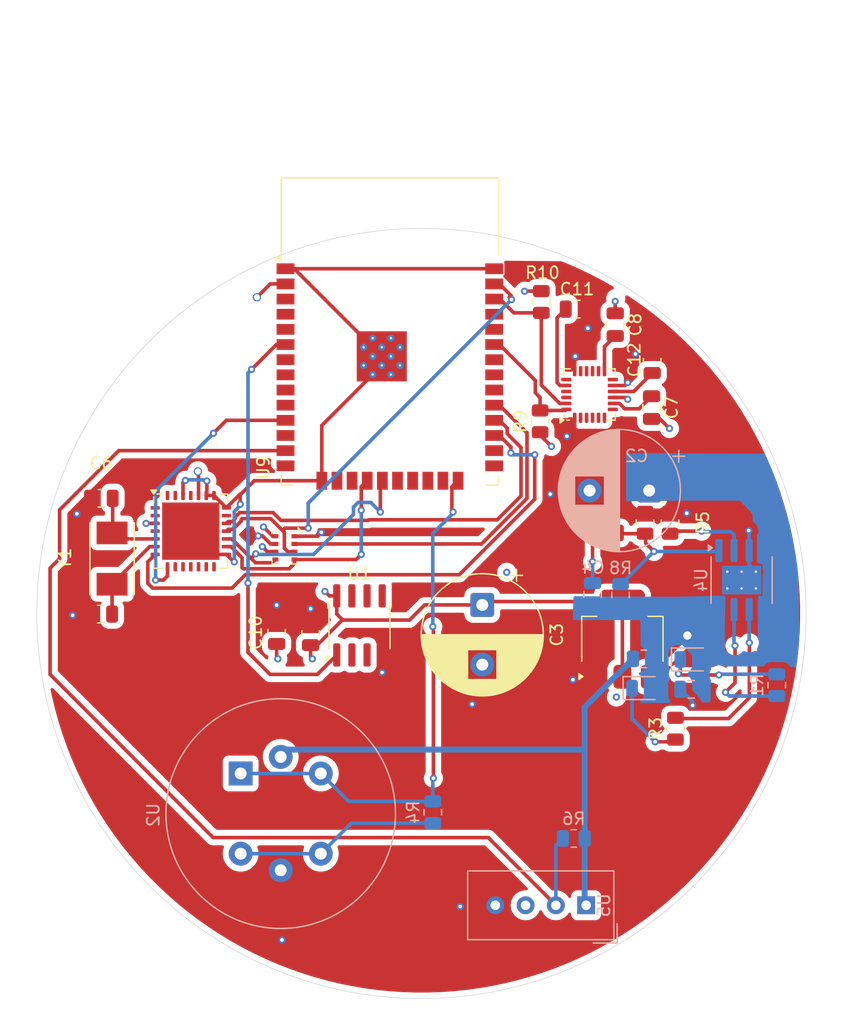
<source format=kicad_pcb>
(kicad_pcb (version 20241229) (generator "pcbnew") (generator_version "9.0")
  (layers (0 "F.Cu" signal) (4 "In1.Cu" signal) (6 "In2.Cu" signal) (2 "B.Cu" signal) (13 "F.Paste" user) (15 "B.Paste" user) (5 "F.SilkS" user "F.Silkscreen") (7 "B.SilkS" user "B.Silkscreen") (1 "F.Mask" user) (3 "B.Mask" user) (25 "Edge.Cuts" user))
  (net 0 "")
  (net 1 "GND")
  (net 2 "BAT+")
  (net 3 "+3.3V")
  (net 4 "Net-(BT1--)")
  (net 5 "Net-(U8-XTA)")
  (net 6 "Net-(U7-VLOGIC)")
  (net 7 "Net-(U7-VDD)")
  (net 8 "Net-(U8-XTB)")
  (net 9 "Net-(U7-CPOUT)")
  (net 10 "Net-(U7-REGOUT)")
  (net 11 "Net-(D1-K)")
  (net 12 "Net-(D2-K)")
  (net 13 "Net-(U4-~{CHRG})")
  (net 14 "+5V")
  (net 15 "Net-(U4-~{STDBY})")
  (net 16 "MQ6_OUT")
  (net 17 "Net-(U2-A1)")
  (net 18 "Net-(U4-PROG)")
  (net 19 "DHT_OUT")
  (net 20 "Net-(U4-TEMP)")
  (net 21 "SDA")
  (net 22 "SCL")
  (net 24 "LM35")
  (net 30 "CSB")
  (net 31 "SDI")
  (net 32 "SCK")
  (net 33 "SDO")
  (net 48 "Net-(U8-GND-Pad15)")
  (net 55 "Net-(U8-NSS)")
  (net 57 "Net-(U8-~{RESET})")
  (net 63 "Net-(U8-DIO0)")
  (net 70 "unconnected-(U9-TXD0{slash}IO1-Pad35)")
  (net 72 "unconnected-(U9-IO27-Pad12)")
  (net 83 "unconnected-(U9-IO12-Pad14)")
  (footprint "RF_Module:ESP32-WROOM-32" (layer "F.Cu") (at 146.15 61.215)
    (property "Reference" "U9")
    (property "Value" "ESP32-WROOM-32")
  )
  (footprint "Capacitor_SMD:C_0805_2012Metric" (layer "F.Cu") (at 121.9 81.9 180)
    (property "Reference" "C9" (hide yes))
    (property "Value" "10u")
  )
  (footprint "Capacitor_SMD:C_0805_2012Metric" (layer "F.Cu") (at 136.65 83.45 90)
    (property "Reference" "C10")
    (property "Value" "100nF")
  )
  (footprint "Sensor_Motion:InvenSense_QFN-24_4x4mm_P0.5mm" (layer "F.Cu") (at 162.9 63.5 90)
    (property "Reference" "U7" (hide yes))
    (property "Value" "MPU-6050")
  )
  (footprint "Capacitor_SMD:C_0805_2012Metric" (layer "F.Cu") (at 168.15 60.75 90)
    (property "Reference" "C12")
    (property "Value" ".1uF")
  )
  (footprint "Capacitor_SMD:C_0805_2012Metric" (layer "F.Cu") (at 165.05 57.65 -90)
    (property "Reference" "C8")
    (property "Value" ".1uF")
  )
  (footprint "Resistor_SMD:R_0805_2012Metric" (layer "F.Cu") (at 170.1 91.5 90)
    (property "Reference" "R3")
    (property "Value" "1k")
  )
  (footprint "Capacitor_THT:CP_Radial_D10.0mm_P5.00mm" (layer "F.Cu") (at 153.9 81.132323 -90)
    (property "Reference" "C3")
    (property "Value" "22u")
  )
  (footprint "Resistor_SMD:R_0805_2012Metric" (layer "F.Cu") (at 169.65 74.25 90)
    (property "Reference" "R5")
    (property "Value" "2k")
  )
  (footprint "Resistor_SMD:R_0805_2012Metric" (layer "F.Cu") (at 167.55 74.25 90)
    (property "Reference" "R7" (hide yes))
    (property "Value" "2k")
  )
  (footprint "Package_DFN_QFN:QFN-28-1EP_6x6mm_P0.65mm_EP4.8x4.8mm" (layer "F.Cu") (at 129.45 74.95)
    (property "Reference" "U8" (hide yes))
    (property "Value" "SX1278")
  )
  (footprint "Capacitor_SMD:C_0805_2012Metric" (layer "F.Cu") (at 121.95 72.2 180)
    (property "Reference" "C6")
    (property "Value" "10u")
  )
  (footprint "Capacitor_SMD:C_0805_2012Metric" (layer "F.Cu") (at 168.1 64.6 -90)
    (property "Reference" "C7")
    (property "Value" "10nF")
  )
  (footprint "Resistor_SMD:R_0805_2012Metric" (layer "F.Cu") (at 164.35 75.1)
    (property "Reference" "TH1" (hide yes))
    (property "Value" "1k")
  )
  (footprint "Capacitor_SMD:C_0805_2012Metric" (layer "F.Cu") (at 161.85 56.35)
    (property "Reference" "C11")
    (property "Value" "2.2nF")
  )
  (footprint "Resistor_SMD:R_0805_2012Metric" (layer "F.Cu") (at 158.85 55.75 -90)
    (property "Reference" "R10")
    (property "Value" "4.7K")
  )
  (footprint "Package_LGA:Bosch_LGA-8_2x2.5mm_P0.65mm_ClockwisePinNumbering" (layer "F.Cu") (at 137.35 76.35 -90)
    (property "Reference" "U6" (hide yes))
    (property "Value" "BMP280" (hide yes))
  )
  (footprint "Crystal:Crystal_SMD_Abracon_ABM7-2Pin_6.0x3.5mm" (layer "F.Cu") (at 122.85 77.25 -90)
    (property "Reference" "Y1")
    (property "Value" "Crystal")
  )
  (footprint "Resistor_SMD:R_0805_2012Metric" (layer "F.Cu") (at 158.75 65.75 90)
    (property "Reference" "R9")
    (property "Value" "4.7K")
  )
  (footprint "Capacitor_SMD:C_0805_2012Metric" (layer "F.Cu") (at 139.5 83.55 -90)
    (property "Reference" "C5" (hide yes))
    (property "Value" "100nF")
  )
  (footprint "Package_TO_SOT_SMD:SOT-223-3_TabPin2" (layer "F.Cu") (at 165.65 84 90)
    (property "Reference" "U3" (hide yes))
    (property "Value" "AMS1117" (hide yes))
  )
  (footprint "Package_SO:SOIC-8_3.9x4.9mm_P1.27mm" (layer "F.Cu") (at 143.6 82.85 90)
    (property "Reference" "U1")
    (property "Value" "LM35-D")
  )
  (footprint "LED_SMD:LED_0805_2012Metric" (layer "B.Cu") (at 167.4 88.1)
    (property "Reference" "D2" (hide yes))
    (property "Value" "LED")
  )
  (footprint "Sensor:MQ-6" (layer "B.Cu") (at 133.635 95.255 -90)
    (property "Reference" "U2")
    (property "Value" "MQ-6")
  )
  (footprint "Resistor_SMD:R_0805_2012Metric" (layer "B.Cu") (at 167.45 85.65)
    (property "Reference" "R2" (hide yes))
    (property "Value" ".5")
  )
  (footprint "Sensor:Aosong_DHT11_5.5x12.0_P2.54mm" (layer "B.Cu") (at 162.6125 106.2975 90)
    (property "Reference" "U5")
    (property "Value" "DHT11")
  )
  (footprint "LED_SMD:LED_0805_2012Metric" (layer "B.Cu") (at 171.45 85.7)
    (property "Reference" "D1" (hide yes))
    (property "Value" "LED" (hide yes))
  )
  (footprint "Resistor_SMD:R_0805_2012Metric" (layer "B.Cu") (at 165.5 80.3 90)
    (property "Reference" "R8")
    (property "Value" "2k")
  )
  (footprint "Capacitor_THT:CP_Radial_D10.0mm_P5.00mm" (layer "B.Cu") (at 167.9 71.55 180)
    (property "Reference" "C2")
    (property "Value" "10u" (hide yes))
  )
  (footprint "Capacitor_SMD:C_0805_2012Metric" (layer "B.Cu") (at 171.45 88.2 180)
    (property "Reference" "C1" (hide yes))
    (property "Value" "10u")
  )
  (footprint "Package_SO:SOIC-8-1EP_3.9x4.9mm_P1.27mm_EP2.41x3.3mm_ThermalVias" (layer "B.Cu") (at 175.65 79.05 -90)
    (property "Reference" "U4")
    (property "Value" "TP4056-42-ESOP8")
  )
  (footprint "Resistor_SMD:R_0805_2012Metric" (layer "B.Cu") (at 161.5725 100.6975 180)
    (property "Reference" "R6")
    (property "Value" "10k")
  )
  (footprint "Resistor_SMD:R_0805_2012Metric" (layer "B.Cu") (at 149.75 98.5 -90)
    (property "Reference" "R4")
    (property "Value" "10k")
  )
  (footprint "Resistor_SMD:R_0805_2012Metric" (layer "B.Cu") (at 178.6 87.85 -90)
    (property "Reference" "R1")
    (property "Value" "1k")
  )
  (footprint "Capacitor_SMD:C_0805_2012Metric" (layer "B.Cu") (at 163.15 80.25 90)
    (property "Reference" "C4")
    (property "Value" "10u")
  )
  (gr_circle (center 148.8 81.85) (end 122.8 62.75) (stroke (width 0.05)) (fill no) (layer "Edge.Cuts"))
  (via (at 165.15 88.85) (size 0.6) (drill 0.3) (layers "F.Cu" "B.Cu") (net 0))
  (via (at 155.95 78.4) (size 0.6) (drill 0.3) (layers "F.Cu" "B.Cu") (net 0))
  (segment (start 161.65 61.55) (end 161.65 60.35) (width 0.3) (layer "F.Cu") (net 1))
  (segment (start 139.5 82.6) (end 139.5 81.45) (width 0.3) (layer "F.Cu") (net 1))
  (segment (start 162.8 56.35) (end 162.8 57.9) (width 0.3) (layer "F.Cu") (net 1))
  (segment (start 161.65 60.35) (end 161.7 60.3) (width 0.3) (layer "F.Cu") (net 1))
  (segment (start 120.95 81.9) (end 119.65 81.9) (width 0.3) (layer "F.Cu") (net 1))
  (segment (start 163.35 87.15) (end 161.75 87.15) (width 0.3) (layer "F.Cu") (net 1))
  (segment (start 165.95 63.75) (end 166.1 63.9) (width 0.3) (layer "F.Cu") (net 1))
  (segment (start 162.8 57.9) (end 162.75 57.95) (width 0.3) (layer "F.Cu") (net 1))
  (segment (start 165.85 62.75) (end 166.1 62.5) (width 0.3) (layer "F.Cu") (net 1))
  (segment (start 162.9 71.55) (end 159.9 71.55) (width 0.3) (layer "F.Cu") (net 1))
  (segment (start 119.65 81.9) (end 119.55 82) (width 0.3) (layer "F.Cu") (net 1))
  (segment (start 161.65 66.35) (end 161 67) (width 0.3) (layer "F.Cu") (net 1))
  (segment (start 168.15 59.8) (end 167.05 59.8) (width 0.3) (layer "F.Cu") (net 1))
  (segment (start 152.1525 106.2975) (end 152.05 106.4) (width 0.3) (layer "F.Cu") (net 1))
  (segment (start 154.9925 106.2975) (end 152.1525 106.2975) (width 0.3) (layer "F.Cu") (net 1))
  (segment (start 121 72.4) (end 119.9 73.5) (width 0.3) (layer "F.Cu") (net 1))
  (segment (start 169.7625 73.45) (end 169.65 73.3375) (width 0.3) (layer "F.Cu") (net 1))
  (segment (start 164.85 62.75) (end 165.85 62.75) (width 0.3) (layer "F.Cu") (net 1))
  (segment (start 145.505 85.325) (end 145.505 86.795) (width 0.3) (layer "F.Cu") (net 1))
  (segment (start 161.75 87.15) (end 161.5 87.4) (width 0.3) (layer "F.Cu") (net 1))
  (segment (start 121 72.2) (end 121 72.4) (width 0.3) (layer "F.Cu") (net 1))
  (segment (start 159.9 71.55) (end 159.6 71.85) (width 0.3) (layer "F.Cu") (net 1))
  (segment (start 161.65 65.45) (end 161.65 66.35) (width 0.3) (layer "F.Cu") (net 1))
  (segment (start 140.075 75.375) (end 140.4 75.05) (width 0.3) (layer "F.Cu") (net 1))
  (segment (start 172.45 79.2) (end 173.9 79.2) (width 0.3) (layer "F.Cu") (net 1))
  (segment (start 136.65 82.5) (end 136.65 81.15) (width 0.3) (layer "F.Cu") (net 1))
  (segment (start 135.470654 75.35) (end 135.1 75.35) (width 0.3) (layer "F.Cu") (net 1))
  (segment (start 171.05 73.45) (end 169.7625 73.45) (width 0.3) (layer "F.Cu") (net 1))
  (segment (start 167.55 73.3375) (end 169.65 73.3375) (width 0.3) (layer "F.Cu") (net 1))
  (segment (start 167.05 59.8) (end 166.75 60.1) (width 0.3) (layer "F.Cu") (net 1))
  (segment (start 136.995 109.095) (end 136.995 103.365) (width 0.3) (layer "F.Cu") (net 1))
  (segment (start 164.85 63.75) (end 165.95 63.75) (width 0.3) (layer "F.Cu") (net 1))
  (segment (start 136.55 76.025) (end 136.145654 76.025) (width 0.3) (layer "F.Cu") (net 1))
  (segment (start 145.505 86.795) (end 145.5 86.8) (width 0.3) (layer "F.Cu") (net 1))
  (segment (start 173.9 79.2) (end 174.45 79.75) (width 0.3) (layer "F.Cu") (net 1))
  (segment (start 138.15 75.375) (end 140.075 75.375) (width 0.3) (layer "F.Cu") (net 1))
  (segment (start 137.1 109.2) (end 136.995 109.095) (width 0.3) (layer "F.Cu") (net 1))
  (segment (start 136.145654 76.025) (end 135.470654 75.35) (width 0.3) (layer "F.Cu") (net 1))
  (via (at 153.05 89.45) (size 0.6) (drill 0.3) (layers "F.Cu" "B.Cu") (net 1))
  (via (at 137.1 109.2) (size 0.6) (drill 0.3) (layers "F.Cu" "B.Cu") (net 1))
  (via (at 161.7 60.3) (size 0.6) (drill 0.3) (layers "F.Cu" "B.Cu") (net 1))
  (via (at 139.5 81.45) (size 0.6) (drill 0.3) (layers "F.Cu" "B.Cu") (net 1))
  (via (at 161.5 87.4) (size 0.6) (drill 0.3) (layers "F.Cu" "B.Cu") (net 1))
  (via (at 135.1 75.35) (size 0.6) (drill 0.3) (layers "F.Cu" "B.Cu") (net 1))
  (via (at 166.75 60.1) (size 0.6) (drill 0.3) (layers "F.Cu" "B.Cu") (net 1))
  (via (at 119.55 82) (size 0.6) (drill 0.3) (layers "F.Cu" "B.Cu") (net 1))
  (via (at 171.55 89.55) (size 0.6) (drill 0.3) (layers "F.Cu" "B.Cu") (net 1))
  (via (at 152.05 106.4) (size 0.6) (drill 0.3) (layers "F.Cu" "B.Cu") (net 1))
  (via (at 166.1 62.5) (size 0.6) (drill 0.3) (layers "F.Cu" "B.Cu") (net 1))
  (via (at 145.5 86.8) (size 0.6) (drill 0.3) (layers "F.Cu" "B.Cu") (net 1))
  (via (at 166.1 63.9) (size 0.6) (drill 0.3) (layers "F.Cu" "B.Cu") (net 1))
  (via (at 171.05 73.45) (size 0.6) (drill 0.3) (layers "F.Cu" "B.Cu") (net 1))
  (via (at 136.65 81.15) (size 0.6) (drill 0.3) (layers "F.Cu" "B.Cu") (net 1))
  (via (at 162.75 57.95) (size 0.6) (drill 0.3) (layers "F.Cu" "B.Cu") (net 1))
  (via (at 176.25 74.9) (size 0.6) (drill 0.3) (layers "F.Cu" "B.Cu") (net 1))
  (via (at 119.9 73.5) (size 0.6) (drill 0.3) (layers "F.Cu" "B.Cu") (net 1))
  (via (at 159.6 71.85) (size 0.6) (drill 0.3) (layers "F.Cu" "B.Cu") (net 1))
  (via (at 161 67) (size 0.6) (drill 0.3) (layers "F.Cu" "B.Cu") (net 1))
  (via (at 140.4 75.05) (size 0.6) (drill 0.3) (layers "F.Cu" "B.Cu") (net 1))
  (segment (start 176.285 76.575) (end 176.285 74.935) (width 0.3) (layer "B.Cu") (net 1))
  (segment (start 176.285 77.785) (end 176.85 78.35) (width 0.3) (layer "B.Cu") (net 1))
  (segment (start 170.5 88.2) (end 171.55 89.25) (width 0.3) (layer "B.Cu") (net 1))
  (segment (start 171.55 89.25) (end 171.55 89.55) (width 0.3) (layer "B.Cu") (net 1))
  (segment (start 176.285 74.935) (end 176.25 74.9) (width 0.3) (layer "B.Cu") (net 1))
  (segment (start 176.285 76.575) (end 176.285 77.785) (width 0.3) (layer "B.Cu") (net 1))
  (segment (start 167.95 86.599932) (end 167.95 87.15) (width 0.75) (layer "F.Cu") (net 2))
  (segment (start 170.849932 83.7) (end 167.95 86.599932) (width 0.75) (layer "F.Cu") (net 2))
  (segment (start 171.1 83.7) (end 170.849932 83.7) (width 0.75) (layer "F.Cu") (net 2))
  (via (at 171.1 83.7) (size 1) (drill 0.7) (layers "F.Cu" "B.Cu") (net 2))
  (segment (start 172.4 88.2) (end 172.4 85.7125) (width 0.75) (layer "B.Cu") (net 2))
  (segment (start 163.15 81.2) (end 165.4875 81.2) (width 0.75) (layer "B.Cu") (net 2))
  (segment (start 176.65 71.55) (end 177.555 72.455) (width 0.75) (layer "B.Cu") (net 2))
  (segment (start 167.8625 81.2125) (end 165.5 81.2125) (width 0.75) (layer "B.Cu") (net 2))
  (segment (start 167.9 71.55) (end 176.65 71.55) (width 0.75) (layer "B.Cu") (net 2))
  (segment (start 168.3625 83.7) (end 168.3625 81.7125) (width 0.75) (layer "B.Cu") (net 2))
  (segment (start 177.555 81.525) (end 177.555 85.445) (width 0.75) (layer "B.Cu") (net 2))
  (segment (start 173.4325 81.2125) (end 167.8625 81.2125) (width 0.75) (layer "B.Cu") (net 2))
  (segment (start 177.555 72.455) (end 177.555 76.575) (width 0.75) (layer "B.Cu") (net 2))
  (segment (start 165.4875 81.2) (end 165.5 81.2125) (width 0.75) (layer "B.Cu") (net 2))
  (segment (start 168.3625 82.7575) (end 168.395 82.725) (width 0.75) (layer "B.Cu") (net 2))
  (segment (start 172.4 85.7125) (end 172.3875 85.7) (width 0.75) (layer "B.Cu") (net 2))
  (segment (start 177.555 85.445) (end 177.3 85.7) (width 0.75) (layer "B.Cu") (net 2))
  (segment (start 177.3 85.7) (end 172.3875 85.7) (width 0.75) (layer "B.Cu") (net 2))
  (segment (start 168.3375 85.675) (end 168.3625 85.65) (width 0.75) (layer "B.Cu") (net 2))
  (segment (start 171.1 84.4125) (end 172.3875 85.7) (width 0.75) (layer "B.Cu") (net 2))
  (segment (start 168.3375 88.1) (end 168.3375 85.675) (width 0.75) (layer "B.Cu") (net 2))
  (segment (start 171.1 83.7) (end 171.1 84.4125) (width 0.75) (layer "B.Cu") (net 2))
  (segment (start 173.745 81.525) (end 173.4325 81.2125) (width 0.75) (layer "B.Cu") (net 2))
  (segment (start 177.555 81.525) (end 177.854999 81.225001) (width 0.75) (layer "B.Cu") (net 2))
  (segment (start 168.3625 85.65) (end 168.3625 83.7) (width 0.75) (layer "B.Cu") (net 2))
  (segment (start 171.1 83.7) (end 168.3625 83.7) (width 0.75) (layer "B.Cu") (net 2))
  (segment (start 168.3625 81.7125) (end 167.8625 81.2125) (width 0.75) (layer "B.Cu") (net 2))
  (segment (start 177.854999 76.874999) (end 177.555 76.575) (width 0.75) (layer "B.Cu") (net 2))
  (segment (start 177.854999 81.225001) (end 177.854999 76.874999) (width 0.75) (layer "B.Cu") (net 2))
  (segment (start 154.182323 80.85) (end 153.9 81.132323) (width 0.3) (layer "F.Cu") (net 3))
  (segment (start 157.4625 54.8375) (end 157.45 54.85) (width 0.3) (layer "F.Cu") (net 3))
  (segment (start 136.55 76.675) (end 135.875 76.675) (width 0.3) (layer "F.Cu") (net 3))
  (segment (start 136.12 54.235) (end 137.4 54.235) (width 0.3) (layer "F.Cu") (net 3))
  (segment (start 136.65 85.55) (end 136.75 85.65) (width 0.3) (layer "F.Cu") (net 3))
  (segment (start 142.15 82.4) (end 142.15 82.35) (width 0.3) (layer "F.Cu") (net 3))
  (segment (start 153.9 81.132323) (end 149.067677 81.132323) (width 0.3) (layer "F.Cu") (net 3))
  (segment (start 165.05 55.7) (end 165.05 56.7) (width 0.3) (layer "F.Cu") (net 3))
  (segment (start 135.875 76.675) (end 135.45 76.25) (width 0.3) (layer "F.Cu") (net 3))
  (segment (start 130.1 71.9625) (end 130.1 70.001424) (width 0.3) (layer "F.Cu") (net 3))
  (segment (start 168.8 65.55) (end 169.6 66.35) (width 0.3) (layer "F.Cu") (net 3))
  (segment (start 165.65 80.85) (end 165.65 87.15) (width 0.3) (layer "F.Cu") (net 3))
  (segment (start 149.067677 81.132323) (end 147.8 82.4) (width 0.3) (layer "F.Cu") (net 3))
  (segment (start 147.8 82.4) (end 142.15 82.4) (width 0.3) (layer "F.Cu") (net 3))
  (segment (start 142.15 82.35) (end 141.695 81.895) (width 0.3) (layer "F.Cu") (net 3))
  (segment (start 136.65 84.4) (end 136.65 85.55) (width 0.3) (layer "F.Cu") (net 3))
  (segment (start 158.75 66.9) (end 159.7 67.85) (width 0.3) (layer "F.Cu") (net 3))
  (segment (start 141.695 80.375) (end 141.075 80.375) (width 0.3) (layer "F.Cu") (net 3))
  (segment (start 158.85 54.8375) (end 157.4625 54.8375) (width 0.3) (layer "F.Cu") (net 3))
  (segment (start 158.75 66.6625) (end 158.75 66.9) (width 0.3) (layer "F.Cu") (net 3))
  (segment (start 168.1 65.55) (end 168.8 65.55) (width 0.3) (layer "F.Cu") (net 3))
  (segment (start 135 55.355) (end 136.12 54.235) (width 0.3) (layer "F.Cu") (net 3))
  (segment (start 139.5 84.5) (end 140.05 84.5) (width 0.3) (layer "F.Cu") (net 3))
  (segment (start 126.4625 74.3) (end 125.7 74.3) (width 0.3) (layer "F.Cu") (net 3))
  (segment (start 136.325 75.375) (end 135.55 74.6) (width 0.3) (layer "F.Cu") (net 3))
  (segment (start 136.55 75.375) (end 136.325 75.375) (width 0.3) (layer "F.Cu") (net 3))
  (segment (start 136.88 54.085) (end 137.61 54.085) (width 0.3) (layer "F.Cu") (net 3))
  (segment (start 139.5 85.5) (end 139.65 85.65) (width 0.3) (layer "F.Cu") (net 3))
  (segment (start 130.1 70.001424) (end 130.048576 69.95) (width 0.3) (layer "F.Cu") (net 3))
  (segment (start 165.65 80.85) (end 154.182323 80.85) (width 0.3) (layer "F.Cu") (net 3))
  (segment (start 139.4 84.4) (end 139.5 84.5) (width 0.3) (layer "F.Cu") (net 3))
  (segment (start 141.075 80.375) (end 140.7 80) (width 0.3) (layer "F.Cu") (net 3))
  (segment (start 139.5 84.5) (end 139.5 85.5) (width 0.3) (layer "F.Cu") (net 3))
  (segment (start 140.05 84.5) (end 142.15 82.4) (width 0.3) (layer "F.Cu") (net 3))
  (segment (start 141.695 81.895) (end 141.695 80.375) (width 0.3) (layer "F.Cu") (net 3))
  (via (at 139.65 85.65) (size 0.6) (drill 0.3) (layers "F.Cu" "B.Cu") (net 3))
  (via (at 169.6 66.35) (size 0.6) (drill 0.3) (layers "F.Cu" "B.Cu") (net 3))
  (via (at 159.7 67.85) (size 0.6) (drill 0.3) (layers "F.Cu" "B.Cu") (net 3))
  (via (at 140.7 80) (size 0.6) (drill 0.3) (layers "F.Cu" "B.Cu") (net 3))
  (via (at 135.55 74.6) (size 0.6) (drill 0.3) (layers "F.Cu" "B.Cu") (net 3))
  (via (at 130.048576 69.95) (size 0.7) (drill 0.5) (layers "F.Cu" "B.Cu") (net 3))
  (via (at 125.7 74.3) (size 0.6) (drill 0.3) (layers "F.Cu" "B.Cu") (net 3))
  (via (at 157.45 54.85) (size 0.6) (drill 0.3) (layers "F.Cu" "B.Cu") (net 3))
  (via (at 165.05 55.7) (size 0.6) (drill 0.3) (layers "F.Cu" "B.Cu") (net 3))
  (via (at 136.75 85.65) (size 0.6) (drill 0.3) (layers "F.Cu" "B.Cu") (net 3))
  (via (at 135 55.355) (size 0.7) (drill 0.5) (layers "F.Cu" "B.Cu") (net 3))
  (via (at 135.45 76.25) (size 0.6) (drill 0.3) (layers "F.Cu" "B.Cu") (net 3))
  (segment (start 163.15 77.5) (end 163.15 75.3875) (width 0.3) (layer "F.Cu") (net 4))
  (segment (start 163.15 75.3875) (end 163.4375 75.1) (width 0.3) (layer "F.Cu") (net 4))
  (via (at 163.15 77.5) (size 0.6) (drill 0.3) (layers "F.Cu" "B.Cu") (net 4))
  (segment (start 163.15 79.3) (end 163.15 77.5) (width 0.3) (layer "B.Cu") (net 4))
  (segment (start 123.35 75.6) (end 126.4625 75.6) (width 0.3) (layer "F.Cu") (net 5))
  (segment (start 122.9 72.2) (end 122.9 75.05) (width 0.3) (layer "F.Cu") (net 5))
  (segment (start 122.85 75.1) (end 123.35 75.6) (width 0.3) (layer "F.Cu") (net 5))
  (segment (start 122.9 75.05) (end 122.85 75.1) (width 0.3) (layer "F.Cu") (net 5))
  (segment (start 164.85 64.25) (end 165.4 64.25) (width 0.3) (layer "F.Cu") (net 6))
  (segment (start 167.05 64.7) (end 168.1 63.65) (width 0.3) (layer "F.Cu") (net 6))
  (segment (start 165.85 64.7) (end 167.05 64.7) (width 0.3) (layer "F.Cu") (net 6))
  (segment (start 165.4 64.25) (end 165.85 64.7) (width 0.3) (layer "F.Cu") (net 6))
  (segment (start 165.05 58.6) (end 164.15 59.5) (width 0.3) (layer "F.Cu") (net 7))
  (segment (start 164.15 59.5) (end 164.15 61.55) (width 0.3) (layer "F.Cu") (net 7))
  (segment (start 126 76.25) (end 126.4625 76.25) (width 0.3) (layer "F.Cu") (net 8))
  (segment (start 122.85 79.4) (end 126 76.25) (width 0.3) (layer "F.Cu") (net 8))
  (segment (start 122.85 81.9) (end 122.85 79.4) (width 0.3) (layer "F.Cu") (net 8))
  (segment (start 160.174 57.076) (end 160.174 62.503534) (width 0.3) (layer "F.Cu") (net 9))
  (segment (start 160.9 56.35) (end 160.174 57.076) (width 0.3) (layer "F.Cu") (net 9))
  (segment (start 160.420466 62.75) (end 160.95 62.75) (width 0.3) (layer "F.Cu") (net 9))
  (segment (start 160.174 62.503534) (end 160.420466 62.75) (width 0.3) (layer "F.Cu") (net 9))
  (segment (start 166.6 63.25) (end 168.15 61.7) (width 0.3) (layer "F.Cu") (net 10))
  (segment (start 164.85 63.25) (end 166.6 63.25) (width 0.3) (layer "F.Cu") (net 10))
  (segment (start 170.45 87) (end 170.35 86.9) (width 0.3) (layer "F.Cu") (net 11))
  (segment (start 173.75 87) (end 170.45 87) (width 0.3) (layer "F.Cu") (net 11))
  (via (at 173.75 87) (size 0.6) (drill 0.3) (layers "F.Cu" "B.Cu") (net 11))
  (via (at 170.35 86.9) (size 0.6) (drill 0.3) (layers "F.Cu" "B.Cu") (net 11))
  (segment (start 170.5125 85.7) (end 170.5125 86.7375) (width 0.3) (layer "B.Cu") (net 11))
  (segment (start 170.5125 86.7375) (end 170.35 86.9) (width 0.3) (layer "B.Cu") (net 11))
  (segment (start 173.8125 86.9375) (end 173.75 87) (width 0.3) (layer "B.Cu") (net 11))
  (segment (start 178.6 86.9375) (end 173.8125 86.9375) (width 0.3) (layer "B.Cu") (net 11))
  (segment (start 168.4 92.6) (end 169.9125 92.6) (width 0.3) (layer "F.Cu") (net 12))
  (segment (start 169.9125 92.6) (end 170.1 92.4125) (width 0.3) (layer "F.Cu") (net 12))
  (via (at 168.4 92.6) (size 0.6) (drill 0.3) (layers "F.Cu" "B.Cu") (net 12))
  (segment (start 166.4625 88.1) (end 166.4625 90.6625) (width 0.3) (layer "B.Cu") (net 12))
  (segment (start 166.4625 90.6625) (end 168.4 92.6) (width 0.3) (layer "B.Cu") (net 12))
  (segment (start 174.3 88.45) (end 175.1 87.65) (width 0.3) (layer "F.Cu") (net 13))
  (segment (start 175.1 87.65) (end 175.1 84.55) (width 0.3) (layer "F.Cu") (net 13))
  (via (at 174.3 88.45) (size 0.6) (drill 0.3) (layers "F.Cu" "B.Cu") (net 13))
  (via (at 175.1 84.55) (size 0.6) (drill 0.3) (layers "F.Cu" "B.Cu") (net 13))
  (segment (start 178.6 88.7625) (end 174.6125 88.7625) (width 0.3) (layer "B.Cu") (net 13))
  (segment (start 175.015 84.465) (end 175.1 84.55) (width 0.3) (layer "B.Cu") (net 13))
  (segment (start 174.6125 88.7625) (end 174.3 88.45) (width 0.3) (layer "B.Cu") (net 13))
  (segment (start 175.015 81.525) (end 175.015 84.465) (width 0.3) (layer "B.Cu") (net 13))
  (segment (start 162.485 93.25) (end 162.485 100.6975) (width 0.5) (layer "B.Cu") (net 14))
  (segment (start 137.61 93.25) (end 162.485 93.25) (width 0.5) (layer "B.Cu") (net 14))
  (segment (start 162.485 100.6975) (end 162.485 106.17) (width 0.5) (layer "B.Cu") (net 14))
  (segment (start 136.995 93.865) (end 137.61 93.25) (width 0.5) (layer "B.Cu") (net 14))
  (segment (start 162.485 89.7025) (end 162.485 93.25) (width 0.5) (layer "B.Cu") (net 14))
  (segment (start 162.485 106.17) (end 162.6125 106.2975) (width 0.5) (layer "B.Cu") (net 14))
  (segment (start 166.5375 85.65) (end 162.485 89.7025) (width 0.5) (layer "B.Cu") (net 14))
  (segment (start 170.1625 90.65) (end 174.55 90.65) (width 0.3) (layer "F.Cu") (net 15))
  (segment (start 170.1 90.5875) (end 170.1625 90.65) (width 0.3) (layer "F.Cu") (net 15))
  (segment (start 174.55 90.65) (end 176.3 88.9) (width 0.3) (layer "F.Cu") (net 15))
  (segment (start 176.3 88.9) (end 176.3 84.3) (width 0.3) (layer "F.Cu") (net 15))
  (via (at 176.3 84.3) (size 0.6) (drill 0.3) (layers "F.Cu" "B.Cu") (net 15))
  (segment (start 176.285 84.285) (end 176.3 84.3) (width 0.3) (layer "B.Cu") (net 15))
  (segment (start 176.285 81.525) (end 176.285 84.285) (width 0.3) (layer "B.Cu") (net 15))
  (segment (start 151.45 73.35) (end 151.35 73.25) (width 0.3) (layer "F.Cu") (net 16))
  (segment (start 151.35 71.245) (end 151.87 70.725) (width 0.3) (layer "F.Cu") (net 16))
  (segment (start 149.8 95.65) (end 149.8 83) (width 0.3) (layer "F.Cu") (net 16))
  (segment (start 151.35 73.25) (end 151.35 71.245) (width 0.3) (layer "F.Cu") (net 16))
  (segment (start 149.8 83) (end 149.75 82.95) (width 0.3) (layer "F.Cu") (net 16))
  (via (at 149.75 82.95) (size 0.6) (drill 0.3) (layers "F.Cu" "B.Cu") (net 16))
  (via (at 151.45 73.35) (size 0.6) (drill 0.3) (layers "F.Cu" "B.Cu") (net 16))
  (via (at 149.8 95.65) (size 0.6) (drill 0.3) (layers "F.Cu" "B.Cu") (net 16))
  (segment (start 149.75 95.7) (end 149.8 95.65) (width 0.3) (layer "B.Cu") (net 16))
  (segment (start 149.75 97.5875) (end 149.75 95.7) (width 0.3) (layer "B.Cu") (net 16))
  (segment (start 140.355 95.255) (end 142.6875 97.5875) (width 0.3) (layer "B.Cu") (net 16))
  (segment (start 149.75 75.15) (end 151.45 73.45) (width 0.3) (layer "B.Cu") (net 16))
  (segment (start 133.635 95.255) (end 140.355 95.255) (width 0.3) (layer "B.Cu") (net 16))
  (segment (start 151.45 73.45) (end 151.45 73.35) (width 0.3) (layer "B.Cu") (net 16))
  (segment (start 142.6875 97.5875) (end 149.75 97.5875) (width 0.3) (layer "B.Cu") (net 16))
  (segment (start 149.75 82.95) (end 149.75 75.15) (width 0.3) (layer "B.Cu") (net 16))
  (segment (start 142.9175 99.4125) (end 140.355 101.975) (width 0.3) (layer "B.Cu") (net 17))
  (segment (start 140.355 101.975) (end 133.635 101.975) (width 0.3) (layer "B.Cu") (net 17))
  (segment (start 149.75 99.4125) (end 142.9175 99.4125) (width 0.3) (layer "B.Cu") (net 17))
  (segment (start 172.3 74.95) (end 169.8625 74.95) (width 0.3) (layer "F.Cu") (net 18))
  (segment (start 169.8625 74.95) (end 169.65 75.1625) (width 0.3) (layer "F.Cu") (net 18))
  (via (at 172.3 74.95) (size 0.6) (drill 0.3) (layers "F.Cu" "B.Cu") (net 18))
  (segment (start 174.75 75) (end 172.35 75) (width 0.3) (layer "B.Cu") (net 18))
  (segment (start 175.015 75.265) (end 174.75 75) (width 0.3) (layer "B.Cu") (net 18))
  (segment (start 175.015 76.575) (end 175.015 75.265) (width 0.3) (layer "B.Cu") (net 18))
  (segment (start 172.35 75) (end 172.3 74.95) (width 0.3) (layer "B.Cu") (net 18))
  (segment (start 123.41313 68.205) (end 118.45 73.16813) (width 0.3) (layer "F.Cu") (net 19))
  (segment (start 131.324 100.624) (end 154.399 100.624) (width 0.3) (layer "F.Cu") (net 19))
  (segment (start 117.65 86.95) (end 131.324 100.624) (width 0.3) (layer "F.Cu") (net 19))
  (segment (start 118.45 73.16813) (end 118.45 77.25) (width 0.3) (layer "F.Cu") (net 19))
  (segment (start 154.399 100.624) (end 160.0725 106.2975) (width 0.3) (layer "F.Cu") (net 19))
  (segment (start 137.4 68.205) (end 123.41313 68.205) (width 0.3) (layer "F.Cu") (net 19))
  (segment (start 117.65 78.05) (end 117.65 86.95) (width 0.3) (layer "F.Cu") (net 19))
  (segment (start 118.45 77.25) (end 117.65 78.05) (width 0.3) (layer "F.Cu") (net 19))
  (segment (start 160.0725 101.285) (end 160.66 100.6975) (width 0.3) (layer "B.Cu") (net 19))
  (segment (start 160.0725 106.2975) (end 160.0725 101.285) (width 0.3) (layer "B.Cu") (net 19))
  (segment (start 167.3 75.4125) (end 167.55 75.1625) (width 0.3) (layer "F.Cu") (net 20))
  (segment (start 168.3 76.65) (end 167.6 75.95) (width 0.3) (layer "F.Cu") (net 20))
  (segment (start 167.6 75.2125) (end 167.55 75.1625) (width 0.3) (layer "F.Cu") (net 20))
  (segment (start 165.325 75.1625) (end 165.2625 75.1) (width 0.3) (layer "F.Cu") (net 20))
  (segment (start 167.6 75.95) (end 167.6 75.2125) (width 0.3) (layer "F.Cu") (net 20))
  (segment (start 167.55 75.1625) (end 165.325 75.1625) (width 0.3) (layer "F.Cu") (net 20))
  (via (at 168.3 76.65) (size 0.6) (drill 0.3) (layers "F.Cu" "B.Cu") (net 20))
  (segment (start 165.5625 79.3875) (end 168.3 76.65) (width 0.3) (layer "B.Cu") (net 20))
  (segment (start 168.3 76.65) (end 173.67 76.65) (width 0.3) (layer "B.Cu") (net 20))
  (segment (start 165.5 79.3875) (end 165.5625 79.3875) (width 0.3) (layer "B.Cu") (net 20))
  (segment (start 173.67 76.65) (end 173.745 76.575) (width 0.3) (layer "B.Cu") (net 20))
  (segment (start 158.349 62.332) (end 158.349 63.354) (width 0.3) (layer "F.Cu") (net 21))
  (segment (start 155.332 59.315) (end 158.349 62.332) (width 0.3) (layer "F.Cu") (net 21))
  (segment (start 154.9 59.315) (end 155.332 59.315) (width 0.3) (layer "F.Cu") (net 21))
  (segment (start 158.75 64.8375) (end 160.8625 64.8375) (width 0.3) (layer "F.Cu") (net 21))
  (segment (start 158.349 63.354) (end 158.75 63.755) (width 0.3) (layer "F.Cu") (net 21))
  (segment (start 158.75 63.755) (end 158.75 64.8375) (width 0.3) (layer "F.Cu") (net 21))
  (segment (start 160.8625 64.8375) (end 160.95 64.75) (width 0.3) (layer "F.Cu") (net 21))
  (segment (start 156.541846 56.6625) (end 158.85 56.6625) (width 0.3) (layer "F.Cu") (net 22))
  (segment (start 158.85 62.7) (end 158.85 56.6625) (width 0.3) (layer "F.Cu") (net 22))
  (segment (start 154.9 55.505) (end 155.384346 55.505) (width 0.3) (layer "F.Cu") (net 22))
  (segment (start 160.95 64.25) (end 160.4 64.25) (width 0.3) (layer "F.Cu") (net 22))
  (segment (start 160.4 64.25) (end 158.85 62.7) (width 0.3) (layer "F.Cu") (net 22))
  (segment (start 155.384346 55.505) (end 156.541846 56.6625) (width 0.3) (layer "F.Cu") (net 22))
  (segment (start 136.1 86.95) (end 134.25 85.1) (width 0.3) (layer "F.Cu") (net 24))
  (segment (start 134.55 61.4) (end 136.635 59.315) (width 0.3) (layer "F.Cu") (net 24))
  (segment (start 141.695 85.325) (end 140.07 86.95) (width 0.3) (layer "F.Cu") (net 24))
  (segment (start 136.635 59.315) (end 137.4 59.315) (width 0.3) (layer "F.Cu") (net 24))
  (segment (start 140.07 86.95) (end 136.1 86.95) (width 0.3) (layer "F.Cu") (net 24))
  (segment (start 134.25 85.1) (end 134.25 79.3) (width 0.3) (layer "F.Cu") (net 24))
  (via (at 134.25 79.3) (size 0.6) (drill 0.3) (layers "F.Cu" "B.Cu") (net 24))
  (via (at 134.55 61.4) (size 0.6) (drill 0.3) (layers "F.Cu" "B.Cu") (net 24))
  (segment (start 134.25 79.3) (end 134.25 61.7) (width 0.3) (layer "B.Cu") (net 24))
  (segment (start 134.25 61.7) (end 134.55 61.4) (width 0.3) (layer "B.Cu") (net 24))
  (segment (start 157.65 72.20852) (end 157.65 66.713) (width 0.3) (layer "F.Cu") (net 30))
  (segment (start 157.65 66.713) (end 155.332 64.395) (width 0.3) (layer "F.Cu") (net 30))
  (segment (start 138.15 76.025) (end 153.83352 76.025) (width 0.3) (layer "F.Cu") (net 30))
  (segment (start 155.332 64.395) (end 154.9 64.395) (width 0.3) (layer "F.Cu") (net 30))
  (segment (start 153.83352 76.025) (end 157.65 72.20852) (width 0.3) (layer "F.Cu") (net 30))
  (segment (start 156.155 55.355) (end 156.35 55.55) (width 0.3) (layer "F.Cu") (net 31))
  (segment (start 156.35 55.55) (end 156.35 55.253) (width 0.3) (layer "F.Cu") (net 31))
  (segment (start 156.35 55.253) (end 155.332 54.235) (width 0.3) (layer "F.Cu") (net 31))
  (segment (start 133.136054 74.652) (end 133.077534 74.652) (width 0.3) (layer "F.Cu") (net 31))
  (segment (start 132.928534 74.801) (end 132.5865 74.801) (width 0.3) (layer "F.Cu") (net 31))
  (segment (start 132.5865 74.801) (end 132.4375 74.95) (width 0.3) (layer "F.Cu") (net 31))
  (segment (start 139.3 74.7) (end 137.35 74.7) (width 0.3) (layer "F.Cu") (net 31))
  (segment (start 137.3 76.375) (end 137.3 75.05) (width 0.3) (layer "F.Cu") (net 31))
  (segment (start 137.6 76.675) (end 137.3 76.375) (width 0.3) (layer "F.Cu") (net 31))
  (segment (start 138.15 76.675) (end 137.6 76.675) (width 0.3) (layer "F.Cu") (net 31))
  (segment (start 155.332 54.235) (end 154.9 54.235) (width 0.3) (layer "F.Cu") (net 31))
  (segment (start 133.677 74.111055) (end 133.136054 74.652) (width 0.3) (layer "F.Cu") (net 31))
  (segment (start 136.15 73.9) (end 133.75852 73.9) (width 0.3) (layer "F.Cu") (net 31))
  (segment (start 133.75852 73.9) (end 133.677 73.98152) (width 0.3) (layer "F.Cu") (net 31))
  (segment (start 133.077534 74.652) (end 132.928534 74.801) (width 0.3) (layer "F.Cu") (net 31))
  (segment (start 137.35 74.7) (end 137.15 74.9) (width 0.3) (layer "F.Cu") (net 31))
  (segment (start 137.15 74.9) (end 136.15 73.9) (width 0.3) (layer "F.Cu") (net 31))
  (segment (start 133.677 73.98152) (end 133.677 74.111055) (width 0.3) (layer "F.Cu") (net 31))
  (segment (start 137.3 75.05) (end 137.15 74.9) (width 0.3) (layer "F.Cu") (net 31))
  (via (at 156.35 55.55) (size 0.6) (drill 0.3) (layers "F.Cu" "B.Cu") (net 31))
  (via (at 139.3 74.7) (size 0.6) (drill 0.3) (layers "F.Cu" "B.Cu") (net 31))
  (segment (start 139.3 72.6) (end 156.35 55.55) (width 0.3) (layer "B.Cu") (net 31))
  (segment (start 139.3 74.7) (end 139.3 72.6) (width 0.3) (layer "B.Cu") (net 31))
  (segment (start 133.85 78.1) (end 137.7 78.1) (width 0.3) (layer "F.Cu") (net 32))
  (segment (start 133.75 77.175001) (end 133.75 78) (width 0.3) (layer "F.Cu") (net 32))
  (segment (start 138.15 77.65) (end 138.15 77.325) (width 0.3) (layer "F.Cu") (net 32))
  (segment (start 132.4375 76.25) (end 132.824999 76.25) (width 0.3) (layer "F.Cu") (net 32))
  (segment (start 132.824999 76.25) (end 133.75 77.175001) (width 0.3) (layer "F.Cu") (net 32))
  (segment (start 143.75 71.225) (end 144.25 70.725) (width 0.3) (layer "F.Cu") (net 32))
  (segment (start 143.325 77.325) (end 143.75 76.9) (width 0.3) (layer "F.Cu") (net 32))
  (segment (start 138.15 77.325) (end 143.325 77.325) (width 0.3) (layer "F.Cu") (net 32))
  (segment (start 137.7 78.1) (end 138.15 77.65) (width 0.3) (layer "F.Cu") (net 32))
  (segment (start 143.75 73.2) (end 143.75 71.225) (width 0.3) (layer "F.Cu") (net 32))
  (segment (start 133.75 78) (end 133.85 78.1) (width 0.3) (layer "F.Cu") (net 32))
  (via (at 143.75 73.2) (size 0.6) (drill 0.3) (layers "F.Cu" "B.Cu") (net 32))
  (via (at 143.75 76.9) (size 0.6) (drill 0.3) (layers "F.Cu" "B.Cu") (net 32))
  (segment (start 143.75 73.2) (end 143.75 76.9) (width 0.3) (layer "B.Cu") (net 32))
  (segment (start 134.591759 77.308241) (end 134.541759 77.258241) (width 0.3) (layer "F.Cu") (net 33))
  (segment (start 136.55 77.325) (end 136.276 77.599) (width 0.3) (layer "F.Cu") (net 33))
  (segment (start 134.882519 77.599) (end 134.591759 77.308241) (width 0.3) (layer "F.Cu") (net 33))
  (segment (start 145.35 73.35) (end 145.35 70.895) (width 0.3) (layer "F.Cu") (net 33))
  (segment (start 134.591759 77.308241) (end 132.883519 75.6) (width 0.3) (layer "F.Cu") (net 33))
  (segment (start 134.541759 77.258241) (end 134.541759 77.208241) (width 0.3) (layer "F.Cu") (net 33))
  (segment (start 136.276 77.599) (end 134.882519 77.599) (width 0.3) (layer "F.Cu") (net 33))
  (segment (start 145.35 70.895) (end 145.52 70.725) (width 0.3) (layer "F.Cu") (net 33))
  (segment (start 134.541759 77.208241) (end 134.9 76.85) (width 0.3) (layer "F.Cu") (net 33))
  (segment (start 132.883519 75.6) (end 132.4375 75.6) (width 0.3) (layer "F.Cu") (net 33))
  (via (at 134.9 76.85) (size 0.6) (drill 0.3) (layers "F.Cu" "B.Cu") (net 33))
  (via (at 145.35 73.35) (size 0.6) (drill 0.3) (layers "F.Cu" "B.Cu") (net 33))
  (segment (start 139.749 76.901) (end 134.951 76.901) (width 0.3) (layer "B.Cu") (net 33))
  (segment (start 144.549 72.549) (end 143.480346 72.549) (width 0.3) (layer "B.Cu") (net 33))
  (segment (start 143.099 72.930346) (end 143.099 73.551) (width 0.3) (layer "B.Cu") (net 33))
  (segment (start 143.480346 72.549) (end 143.099 72.930346) (width 0.3) (layer "B.Cu") (net 33))
  (segment (start 145.35 73.35) (end 144.549 72.549) (width 0.3) (layer "B.Cu") (net 33))
  (segment (start 143.099 73.551) (end 139.749 76.901) (width 0.3) (layer "B.Cu") (net 33))
  (segment (start 134.951 76.901) (end 134.9 76.85) (width 0.3) (layer "B.Cu") (net 33))
  (segment (start 132.4375 76.9) (end 131.4 76.9) (width 0.3) (layer "F.Cu") (net 48))
  (segment (start 133.0375 77.5) (end 133.2 77.5) (width 0.3) (layer "F.Cu") (net 48))
  (segment (start 131.4 76.9) (end 129.45 74.95) (width 0.3) (layer "F.Cu") (net 48))
  (segment (start 133.5925 71.845) (end 133.5925 72.6925) (width 0.3) (layer "F.Cu") (net 48))
  (segment (start 130.8 70.75) (end 130.8 71.9125) (width 0.3) (layer "F.Cu") (net 48))
  (segment (start 130.75 71.9625) (end 131.4 71.9625) (width 0.3) (layer "F.Cu") (net 48))
  (segment (start 133.5925 71.845) (end 133.655 71.845) (width 0.3) (layer "F.Cu") (net 48))
  (segment (start 133.2 77.5) (end 133.17788 77.52212) (width 0.3) (layer "F.Cu") (net 48))
  (segment (start 133.655 71.845) (end 134.775 70.725) (width 0.3) (layer "F.Cu") (net 48))
  (segment (start 132.4375 76.9) (end 133.0375 77.5) (width 0.3) (layer "F.Cu") (net 48))
  (segment (start 128.8 71.9625) (end 128.8 70.9) (width 0.3) (layer "F.Cu") (net 48))
  (segment (start 154.9 52.965) (end 137.4 52.965) (width 0.3) (layer "F.Cu") (net 48))
  (segment (start 128.8 70.9) (end 129 70.7) (width 0.3) (layer "F.Cu") (net 48))
  (segment (start 133.17788 77.52212) (end 133.1 77.52212) (width 0.3) (layer "F.Cu") (net 48))
  (segment (start 138.13 52.965) (end 145.47 60.305) (width 0.3) (layer "F.Cu") (net 48))
  (segment (start 137.4 52.965) (end 138.13 52.965) (width 0.3) (layer "F.Cu") (net 48))
  (segment (start 133.5925 72.6925) (end 133.6 72.7) (width 0.3) (layer "F.Cu") (net 48))
  (segment (start 132.4375 73) (end 133.5925 71.845) (width 0.3) (layer "F.Cu") (net 48))
  (segment (start 130.8 71.9125) (end 130.75 71.9625) (width 0.3) (layer "F.Cu") (net 48))
  (segment (start 140.44 70.725) (end 140.44 66.0975) (width 0.3) (layer "F.Cu") (net 48))
  (segment (start 131.4 71.9625) (end 132.4375 73) (width 0.3) (layer "F.Cu") (net 48))
  (segment (start 134.775 70.725) (end 140.44 70.725) (width 0.3) (layer "F.Cu") (net 48))
  (segment (start 140.44 66.0975) (end 144.7075 61.83) (width 0.3) (layer "F.Cu") (net 48))
  (via (at 130.8 70.75) (size 0.6) (drill 0.3) (layers "F.Cu" "B.Cu") (net 48))
  (via (at 129 70.7) (size 0.6) (drill 0.3) (layers "F.Cu" "B.Cu") (net 48))
  (via (at 133.6 72.7) (size 0.6) (drill 0.3) (layers "F.Cu" "B.Cu") (net 48))
  (via (at 133.1 77.52212) (size 0.6) (drill 0.3) (layers "F.Cu" "B.Cu") (net 48))
  (segment (start 133.1 77.52212) (end 133.1 73.3) (width 0.3) (layer "B.Cu") (net 48))
  (segment (start 133.7 72.7) (end 133.6 72.7) (width 0.3) (layer "B.Cu") (net 48))
  (segment (start 133.1 73.3) (end 133.7 72.7) (width 0.3) (layer "B.Cu") (net 48))
  (segment (start 130.45 70.65) (end 130.7 70.65) (width 0.3) (layer "B.Cu") (net 48))
  (segment (start 130.7 70.65) (end 130.8 70.75) (width 0.3) (layer "B.Cu") (net 48))
  (segment (start 129.05 70.65) (end 130.45 70.65) (width 0.3) (layer "B.Cu") (net 48))
  (segment (start 129 70.7) (end 129.05 70.65) (width 0.3) (layer "B.Cu") (net 48))
  (segment (start 155.332 65.665) (end 154.9 65.665) (width 0.3) (layer "F.Cu") (net 55))
  (segment (start 132.4375 74.3) (end 132.5865 74.151) (width 0.3) (layer "F.Cu") (net 55))
  (segment (start 157.149 67.94252) (end 155.99148 66.785) (width 0.3) (layer "F.Cu") (net 55))
  (segment (start 132.5865 74.151) (end 132.928534 74.151) (width 0.3) (layer "F.Cu") (net 55))
  (segment (start 155.15 74) (end 157.149 72.001) (width 0.3) (layer "F.Cu") (net 55))
  (segment (start 136.35752 73.399) (end 137.00852 74.05) (width 0.3) (layer "F.Cu") (net 55))
  (segment (start 155.99148 66.32448) (end 155.332 65.665) (width 0.3) (layer "F.Cu") (net 55))
  (segment (start 133.176 73.903534) (end 133.176 73.774) (width 0.3) (layer "F.Cu") (net 55))
  (segment (start 144.4 74) (end 155.15 74) (width 0.3) (layer "F.Cu") (net 55))
  (segment (start 133.551 73.399) (end 136.35752 73.399) (width 0.3) (layer "F.Cu") (net 55))
  (segment (start 144.35 74.05) (end 144.4 74) (width 0.3) (layer "F.Cu") (net 55))
  (segment (start 155.99148 66.785) (end 155.99148 66.32448) (width 0.3) (layer "F.Cu") (net 55))
  (segment (start 137.00852 74.05) (end 144.35 74.05) (width 0.3) (layer "F.Cu") (net 55))
  (segment (start 133.176 73.774) (end 133.551 73.399) (width 0.3) (layer "F.Cu") (net 55))
  (segment (start 132.928534 74.151) (end 133.176 73.903534) (width 0.3) (layer "F.Cu") (net 55))
  (segment (start 157.149 72.001) (end 157.149 67.94252) (width 0.3) (layer "F.Cu") (net 55))
  (segment (start 126.249 79.719654) (end 132.909692 79.719654) (width 0.3) (layer "F.Cu") (net 57))
  (segment (start 158.3 72.267042) (end 158.3 68.55) (width 0.3) (layer "F.Cu") (net 57))
  (segment (start 132.909692 79.719654) (end 134.028346 78.601) (width 0.3) (layer "F.Cu") (net 57))
  (segment (start 125.849 79.319654) (end 126.249 79.719654) (width 0.3) (layer "F.Cu") (net 57))
  (segment (start 151.966042 78.601) (end 158.3 72.267042) (width 0.3) (layer "F.Cu") (net 57))
  (segment (start 156.3 67.903) (end 156.3 68.4) (width 0.3) (layer "F.Cu") (net 57))
  (segment (start 126.4625 76.9) (end 125.849 77.5135) (width 0.3) (layer "F.Cu") (net 57))
  (segment (start 125.849 77.5135) (end 125.849 79.319654) (width 0.3) (layer "F.Cu") (net 57))
  (segment (start 154.9 66.935) (end 155.332 66.935) (width 0.3) (layer "F.Cu") (net 57))
  (segment (start 134.028346 78.601) (end 151.966042 78.601) (width 0.3) (layer "F.Cu") (net 57))
  (segment (start 155.332 66.935) (end 156.3 67.903) (width 0.3) (layer "F.Cu") (net 57))
  (via (at 156.3 68.4) (size 0.6) (drill 0.3) (layers "F.Cu" "B.Cu") (net 57))
  (via (at 158.3 68.55) (size 0.6) (drill 0.3) (layers "F.Cu" "B.Cu") (net 57))
  (segment (start 156.45 68.55) (end 156.3 68.4) (width 0.3) (layer "B.Cu") (net 57))
  (segment (start 158.3 68.55) (end 156.45 68.55) (width 0.3) (layer "B.Cu") (net 57))
  (segment (start 127.15 79.05) (end 127.5 78.7) (width 0.3) (layer "F.Cu") (net 63))
  (segment (start 131.35 66.75) (end 132.435 65.665) (width 0.3) (layer "F.Cu") (net 63))
  (segment (start 132.435 65.665) (end 137.4 65.665) (width 0.3) (layer "F.Cu") (net 63))
  (segment (start 127.5 78.7) (end 127.5 77.9375) (width 0.3) (layer "F.Cu") (net 63))
  (segment (start 126.5 79.05) (end 127.15 79.05) (width 0.3) (layer "F.Cu") (net 63))
  (via (at 131.35 66.75) (size 0.6) (drill 0.3) (layers "F.Cu" "B.Cu") (net 63))
  (via (at 126.5 79.05) (size 0.6) (drill 0.3) (layers "F.Cu" "B.Cu") (net 63))
  (segment (start 131.35 66.75) (end 126.5 71.6) (width 0.3) (layer "B.Cu") (net 63))
  (segment (start 126.5 71.6) (end 126.5 79.05) (width 0.3) (layer "B.Cu") (net 63))
  (segment (start 154.4175 56.6625) (end 154.38 56.625) (width 0.3) (layer "F.Cu") (net 70))
  (segment (start 136.88 66.785) (end 136.845 66.75) (width 0.3) (layer "F.Cu") (net 72))
  (segment (start 136.88 69.325) (end 136.804 69.249) (width 0.3) (layer "F.Cu") (net 83))
  (zone (net 1) (net_name "GND") (layers "F.Cu" "In1.Cu") (name "Gnd") (connect_pads yes (clearance 0.5)) (min_thickness 0.25) (fill yes (thermal_gap 0.5) (thermal_bridge_width 0.5))
    (polygon (pts (xy 113.75 51.95) (xy 185 52.535) (xy 185.1 116.25) (xy 113.75 116.05) (xy 113.45 51.95) (xy 115.4 51.85)))
  )
  (zone (net 2) (net_name "BAT+") (layer "B.Cu") (name "Gnd") (priority 2) (connect_pads yes (clearance 0.5)) (min_thickness 0.25) (fill yes (thermal_gap 0.5) (thermal_bridge_width 0.5))
    (polygon (pts (xy 180.4 76.65) (xy 177.890562 68.458164) (xy 165.95 68.410402) (xy 165.95 72.45) (xy 170.547284 72.40003) (xy 175.500029 72.40003) (xy 176.55 73.5) (xy 176.8 77.65) (xy 177.2 77.65) (xy 177 81) (xy 177.005233 85) (xy 174.25 85) (xy 174.25 82.5) (xy 174.3 80.35) (xy 169.8 80.45) (xy 161.55 80.4) (xy 161.5 82.4) (xy 167.15 82.4) (xy 167.2 85.85) (xy 167 86.65) (xy 167.15 89.35) (xy 169.35 89.35) (xy 173.05 89.3) (xy 173.1 86.3) (xy 180.5 86.35)))
  )
)
</source>
